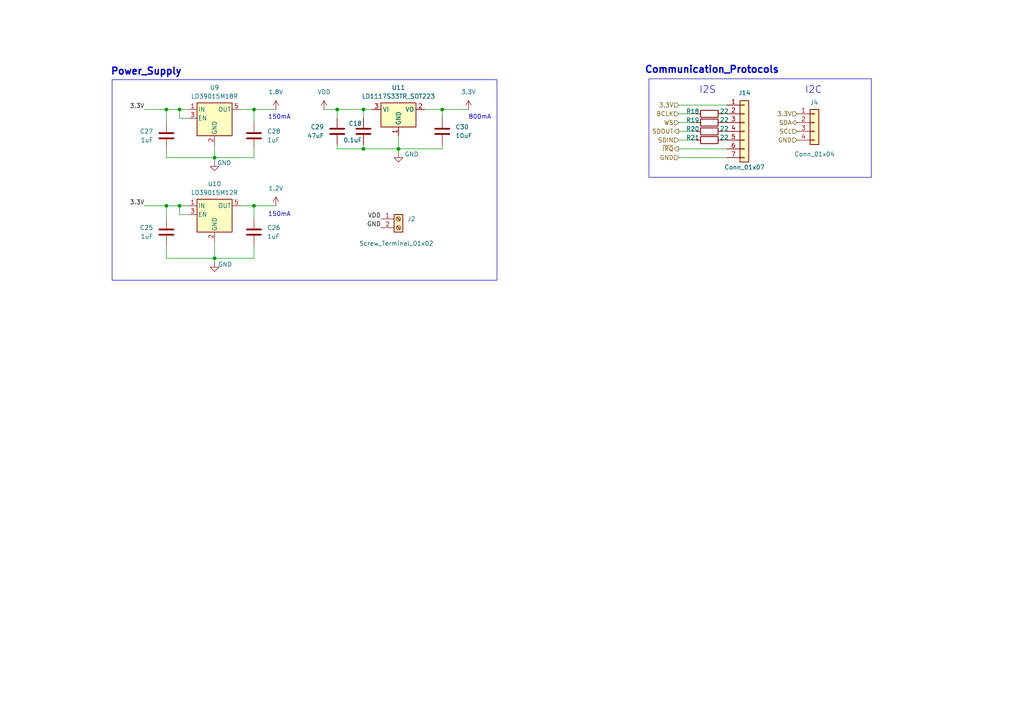
<source format=kicad_sch>
(kicad_sch (version 20231120) (generator "eeschema") (generator_version "8.0")
  (paper "A4")
  (title_block (title "ANC board with digital audio interface") (date "2024-07-24") (rev "1"))
  (lib_symbols
    (symbol "Connector:Screw_Terminal_01x02" (pin_names (offset 1.016) hide)
      (property "Reference" "J" (at 0 2.54 0))
      (property "Value" "Screw_Terminal_01x02" (at 0 -5.08 0))
      (symbol "Screw_Terminal_01x02_1_1"
        (rectangle (start -1.27 1.27) (end 1.27 -3.81) (stroke (width 0.254)) (fill (type background)))
        (circle (center 0 -2.54) (radius 0.635) (stroke (width 0.1524)))
        (polyline (pts (xy -0.5334 -2.2098) (xy 0.3302 -3.048)) (stroke (width 0.1524)))
        (polyline (pts (xy -0.5334 0.3302) (xy 0.3302 -0.508)) (stroke (width 0.1524)))
        (polyline (pts (xy -0.3556 -2.032) (xy 0.508 -2.8702)) (stroke (width 0.1524)))
        (polyline (pts (xy -0.3556 0.508) (xy 0.508 -0.3302)) (stroke (width 0.1524)))
        (circle (center 0 0) (radius 0.635) (stroke (width 0.1524)))
        (pin passive line (at -5.08 0 0) (length 3.81) (name "Pin_1") (number "1"))
        (pin passive line (at -5.08 -2.54 0) (length 3.81) (name "Pin_2") (number "2"))
      )
    )
    (symbol "Connector_Generic:Conn_01x04" (pin_names (offset 1.016) hide)
      (property "Reference" "J" (at 0 5.08 0))
      (property "Value" "Conn_01x04" (at 0 -7.62 0))
      (symbol "Conn_01x04_1_1"
        (rectangle (start -1.27 -4.953) (end 0 -5.207) (stroke (width 0.1524)))
        (rectangle (start -1.27 -2.413) (end 0 -2.667) (stroke (width 0.1524)))
        (rectangle (start -1.27 0.127) (end 0 -0.127) (stroke (width 0.1524)))
        (rectangle (start -1.27 2.667) (end 0 2.413) (stroke (width 0.1524)))
        (rectangle (start -1.27 3.81) (end 1.27 -6.35) (stroke (width 0.254)) (fill (type background)))
        (pin passive line (at -5.08 2.54 0) (length 3.81) (name "Pin_1") (number "1"))
        (pin passive line (at -5.08 0 0) (length 3.81) (name "Pin_2") (number "2"))
        (pin passive line (at -5.08 -2.54 0) (length 3.81) (name "Pin_3") (number "3"))
        (pin passive line (at -5.08 -5.08 0) (length 3.81) (name "Pin_4") (number "4"))
      )
    )
    (symbol "Connector_Generic:Conn_01x07" (pin_names (offset 1.016) hide)
      (property "Reference" "J" (at 0 10.16 0))
      (property "Value" "Conn_01x07" (at 0 -10.16 0))
      (symbol "Conn_01x07_1_1"
        (rectangle (start -1.27 -7.493) (end 0 -7.747) (stroke (width 0.1524)))
        (rectangle (start -1.27 -4.953) (end 0 -5.207) (stroke (width 0.1524)))
        (rectangle (start -1.27 -2.413) (end 0 -2.667) (stroke (width 0.1524)))
        (rectangle (start -1.27 0.127) (end 0 -0.127) (stroke (width 0.1524)))
        (rectangle (start -1.27 2.667) (end 0 2.413) (stroke (width 0.1524)))
        (rectangle (start -1.27 5.207) (end 0 4.953) (stroke (width 0.1524)))
        (rectangle (start -1.27 7.747) (end 0 7.493) (stroke (width 0.1524)))
        (rectangle (start -1.27 8.89) (end 1.27 -8.89) (stroke (width 0.254)) (fill (type background)))
        (pin passive line (at -5.08 7.62 0) (length 3.81) (name "Pin_1") (number "1"))
        (pin passive line (at -5.08 5.08 0) (length 3.81) (name "Pin_2") (number "2"))
        (pin passive line (at -5.08 2.54 0) (length 3.81) (name "Pin_3") (number "3"))
        (pin passive line (at -5.08 0 0) (length 3.81) (name "Pin_4") (number "4"))
        (pin passive line (at -5.08 -2.54 0) (length 3.81) (name "Pin_5") (number "5"))
        (pin passive line (at -5.08 -5.08 0) (length 3.81) (name "Pin_6") (number "6"))
        (pin passive line (at -5.08 -7.62 0) (length 3.81) (name "Pin_7") (number "7"))
      )
    )
    (symbol "Device:C" (pin_numbers hide) (pin_names (offset 0.254))
      (property "Reference" "C" (at 0.635 2.54 0))
      (property "Value" "C" (at 0.635 -2.54 0))
      (symbol "C_0_1"
        (polyline (pts (xy -2.032 -0.762) (xy 2.032 -0.762)) (stroke (width 0.508)))
        (polyline (pts (xy -2.032 0.762) (xy 2.032 0.762)) (stroke (width 0.508)))
      )
      (symbol "C_1_1"
        (pin passive line (at 0 3.81 270) (length 2.794) (name "~") (number "1"))
        (pin passive line (at 0 -3.81 90) (length 2.794) (name "~") (number "2"))
      )
    )
    (symbol "Device:R" (pin_numbers hide) (pin_names (offset 0))
      (property "Reference" "R" (at 2.032 0 90))
      (property "Value" "R" (at 0 0 90))
      (symbol "R_0_1"
        (rectangle (start -1.016 -2.54) (end 1.016 2.54) (stroke (width 0.254)))
      )
      (symbol "R_1_1"
        (pin passive line (at 0 3.81 270) (length 1.27) (name "~") (number "1"))
        (pin passive line (at 0 -3.81 90) (length 1.27) (name "~") (number "2"))
      )
    )
    (symbol "Regulator_Linear:LD1117S33TR_SOT223"
      (property "Reference" "U" (at -3.81 3.175 0))
      (property "Value" "LD1117S33TR_SOT223" (at 0 3.175 0))
      (symbol "LD1117S33TR_SOT223_0_1"
        (rectangle (start -5.08 -5.08) (end 5.08 1.905) (stroke (width 0.254)) (fill (type background)))
      )
      (symbol "LD1117S33TR_SOT223_1_1"
        (pin power_in line (at 0 -7.62 90) (length 2.54) (name "GND") (number "1"))
        (pin power_out line (at 7.62 0 180) (length 2.54) (name "VO") (number "2"))
        (pin power_in line (at -7.62 0 0) (length 2.54) (name "VI") (number "3"))
      )
    )
    (symbol "Regulator_Linear:LD39015M12R" (pin_names (offset 0.254))
      (property "Reference" "U" (at -3.81 5.715 0))
      (property "Value" "LD39015M12R" (at 0 5.715 0))
      (symbol "LD39015M12R_0_1"
        (rectangle (start -5.08 4.445) (end 5.08 -5.08) (stroke (width 0.254)) (fill (type background)))
      )
      (symbol "LD39015M12R_1_1"
        (pin power_in line (at -7.62 2.54 0) (length 2.54) (name "IN") (number "1"))
        (pin power_in line (at 0 -7.62 90) (length 2.54) (name "GND") (number "2"))
        (pin input line (at -7.62 0 0) (length 2.54) (name "EN") (number "3"))
        (pin no_connect line (at 5.08 0 180) (length 2.54) hide (name "NC") (number "4"))
        (pin power_out line (at 7.62 2.54 180) (length 2.54) (name "OUT") (number "5"))
      )
    )
    (symbol "Regulator_Linear:LD39015M18R" (pin_names (offset 0.254))
      (property "Reference" "U" (at -3.81 5.715 0))
      (property "Value" "LD39015M18R" (at 0 5.715 0))
      (symbol "LD39015M18R_0_1"
        (rectangle (start -5.08 4.445) (end 5.08 -5.08) (stroke (width 0.254)) (fill (type background)))
      )
      (symbol "LD39015M18R_1_1"
        (pin power_in line (at -7.62 2.54 0) (length 2.54) (name "IN") (number "1"))
        (pin power_in line (at 0 -7.62 90) (length 2.54) (name "GND") (number "2"))
        (pin input line (at -7.62 0 0) (length 2.54) (name "EN") (number "3"))
        (pin no_connect line (at 5.08 0 180) (length 2.54) hide (name "NC") (number "4"))
        (pin power_out line (at 7.62 2.54 180) (length 2.54) (name "OUT") (number "5"))
      )
    )
    (symbol "power:GND" (power) (pin_numbers hide) (pin_names (offset 0) hide)
      (property "Value" "GND" (at 0 -3.81 0))
      (symbol "GND_0_1"
        (polyline (pts (xy 0 0) (xy 0 -1.27) (xy 1.27 -1.27) (xy 0 -2.54) (xy -1.27 -1.27) (xy 0 -1.27)))
      )
      (symbol "GND_1_1"
        (pin power_in line (at 0 0 270) (length 0) (name "~") (number "1"))
      )
    )
    (symbol "power:VCC" (power) (pin_numbers hide) (pin_names (offset 0) hide)
      (property "Value" "VCC" (at 0 3.556 0))
      (symbol "VCC_0_1"
        (polyline (pts (xy -0.762 1.27) (xy 0 2.54)))
        (polyline (pts (xy 0 0) (xy 0 2.54)))
        (polyline (pts (xy 0 2.54) (xy 0.762 1.27)))
      )
      (symbol "VCC_1_1"
        (pin power_in line (at 0 0 90) (length 0) (name "~") (number "1"))
      )
    )
    (symbol "power:VDD" (power) (pin_numbers hide) (pin_names (offset 0) hide)
      (property "Value" "VDD" (at 0 3.556 0))
      (symbol "VDD_0_1"
        (polyline (pts (xy -0.762 1.27) (xy 0 2.54)))
        (polyline (pts (xy 0 0) (xy 0 2.54)))
        (polyline (pts (xy 0 2.54) (xy 0.762 1.27)))
      )
      (symbol "VDD_1_1"
        (pin power_in line (at 0 0 90) (length 0) (name "~") (number "1"))
      )
    )
  )
  (junction (at 48.26 59.69))
  (junction (at 52.07 31.75))
  (junction (at 128.27 31.75))
  (junction (at 48.26 31.75))
  (junction (at 105.41 31.75))
  (junction (at 52.07 59.69))
  (junction (at 62.23 45.72))
  (junction (at 73.66 59.69))
  (junction (at 105.41 43.18))
  (junction (at 115.57 43.18))
  (junction (at 62.23 74.93))
  (junction (at 97.79 31.75))
  (junction (at 73.66 31.75))
  (wire (pts (xy 48.26 74.93) (xy 62.23 74.93)))
  (wire (pts (xy 69.85 59.69) (xy 73.66 59.69)))
  (wire (pts (xy 73.66 63.5) (xy 73.66 59.69)))
  (wire (pts (xy 105.41 31.75) (xy 107.95 31.75)))
  (wire (pts (xy 196.85 30.48) (xy 210.82 30.48)))
  (wire (pts (xy 210.82 38.1) (xy 209.55 38.1)))
  (wire (pts (xy 73.66 59.69) (xy 80.01 59.69)))
  (wire (pts (xy 115.57 39.37) (xy 115.57 43.18)))
  (wire (pts (xy 115.57 44.45) (xy 115.57 43.18)))
  (wire (pts (xy 52.07 34.29) (xy 52.07 31.75)))
  (wire (pts (xy 128.27 41.91) (xy 128.27 43.18)))
  (wire (pts (xy 73.66 43.18) (xy 73.66 45.72)))
  (wire (pts (xy 48.26 59.69) (xy 52.07 59.69)))
  (wire (pts (xy 128.27 31.75) (xy 135.89 31.75)))
  (wire (pts (xy 201.93 33.02) (xy 196.85 33.02)))
  (wire (pts (xy 105.41 41.91) (xy 105.41 43.18)))
  (wire (pts (xy 73.66 31.75) (xy 80.01 31.75)))
  (wire (pts (xy 48.26 71.12) (xy 48.26 74.93)))
  (wire (pts (xy 128.27 34.29) (xy 128.27 31.75)))
  (wire (pts (xy 115.57 43.18) (xy 128.27 43.18)))
  (wire (pts (xy 210.82 33.02) (xy 209.55 33.02)))
  (wire (pts (xy 123.19 31.75) (xy 128.27 31.75)))
  (wire (pts (xy 105.41 43.18) (xy 115.57 43.18)))
  (wire (pts (xy 210.82 45.72) (xy 196.85 45.72)))
  (wire (pts (xy 62.23 76.2) (xy 62.23 74.93)))
  (wire (pts (xy 97.79 41.91) (xy 97.79 43.18)))
  (wire (pts (xy 196.85 43.18) (xy 210.82 43.18)))
  (wire (pts (xy 48.26 43.18) (xy 48.26 45.72)))
  (wire (pts (xy 201.93 35.56) (xy 196.85 35.56)))
  (wire (pts (xy 93.98 31.75) (xy 97.79 31.75)))
  (wire (pts (xy 69.85 31.75) (xy 73.66 31.75)))
  (wire (pts (xy 210.82 40.64) (xy 209.55 40.64)))
  (wire (pts (xy 62.23 41.91) (xy 62.23 45.72)))
  (wire (pts (xy 48.26 63.5) (xy 48.26 59.69)))
  (wire (pts (xy 48.26 35.56) (xy 48.26 31.75)))
  (wire (pts (xy 62.23 69.85) (xy 62.23 74.93)))
  (wire (pts (xy 73.66 71.12) (xy 73.66 74.93)))
  (wire (pts (xy 62.23 46.99) (xy 62.23 45.72)))
  (wire (pts (xy 97.79 34.29) (xy 97.79 31.75)))
  (wire (pts (xy 54.61 34.29) (xy 52.07 34.29)))
  (wire (pts (xy 52.07 59.69) (xy 54.61 59.69)))
  (wire (pts (xy 201.93 40.64) (xy 196.85 40.64)))
  (wire (pts (xy 105.41 34.29) (xy 105.41 31.75)))
  (wire (pts (xy 54.61 62.23) (xy 52.07 62.23)))
  (wire (pts (xy 41.91 59.69) (xy 48.26 59.69)))
  (wire (pts (xy 48.26 31.75) (xy 52.07 31.75)))
  (wire (pts (xy 210.82 35.56) (xy 209.55 35.56)))
  (wire (pts (xy 201.93 38.1) (xy 196.85 38.1)))
  (wire (pts (xy 97.79 43.18) (xy 105.41 43.18)))
  (wire (pts (xy 73.66 35.56) (xy 73.66 31.75)))
  (wire (pts (xy 41.91 31.75) (xy 48.26 31.75)))
  (wire (pts (xy 52.07 31.75) (xy 54.61 31.75)))
  (wire (pts (xy 73.66 74.93) (xy 62.23 74.93)))
  (wire (pts (xy 62.23 45.72) (xy 73.66 45.72)))
  (wire (pts (xy 52.07 62.23) (xy 52.07 59.69)))
  (wire (pts (xy 97.79 31.75) (xy 105.41 31.75)))
  (wire (pts (xy 48.26 45.72) (xy 62.23 45.72)))
  (rectangle (start 188.214 22.86) (end 252.73 51.435))
  (rectangle (start 32.512 23.114) (end 144.145 81.28))
  (text "150mA" (at 81.026 62.23 0) (effects (font (size 1.27 1.27))))
  (text "Communication_Protocols" (at 206.502 20.32 0) (effects (font (size 2 2) (thickness 0.4) (bold yes))))
  (text "I2S" (at 205.232 26.162 0) (effects (font (size 2 2))))
  (text "I2C" (at 235.966 26.162 0) (effects (font (size 2 2))))
  (text "800mA" (at 139.192 34.036 0) (effects (font (size 1.27 1.27))))
  (text "150mA" (at 81.026 34.036 0) (effects (font (size 1.27 1.27))))
  (text "Power_Supply" (at 42.418 20.828 0) (effects (font (size 2 2) (thickness 0.4) (bold yes))))
  (label "VDD" (at 110.49 63.5 180))
  (label "GND" (at 110.49 66.04 180))
  (label "3.3V" (at 41.91 59.69 180))
  (label "3.3V" (at 41.91 31.75 180))
  (hierarchical_label "3.3V" (shape input) (at 231.14 33.02 180))
  (hierarchical_label "BCLK" (shape input) (at 196.85 33.02 180))
  (hierarchical_label "SDA" (shape bidirectional) (at 231.14 35.56 180))
  (hierarchical_label "WS" (shape input) (at 196.85 35.56 180))
  (hierarchical_label "SDIN" (shape input) (at 196.85 40.64 180))
  (hierarchical_label "SDOUT" (shape output) (at 196.85 38.1 180))
  (hierarchical_label "GND" (shape input) (at 196.85 45.72 180))
  (hierarchical_label "~{IRQ}" (shape output) (at 196.85 43.18 180))
  (hierarchical_label "SCL" (shape input) (at 231.14 38.1 180))
  (hierarchical_label "3.3V" (shape input) (at 196.85 30.48 180))
  (hierarchical_label "GND" (shape input) (at 231.14 40.64 180))
  (symbol (lib_id "Device:C") (at 48.26 67.31 0) (mirror y) (unit 1)
    (property "Reference" "C25" (at 44.45 66.0399 0) (effects (justify left)))
    (property "Value" "1uF" (at 44.45 68.5799 0) (effects (justify left)))
    (property "Footprint" "Capacitor_SMD:C_0402_1005Metric_Pad0.74x0.62mm_HandSolder" (effects (hide yes)))
    (property "Datasheet" "https://www.digikey.in/en/products/detail/tdk-corporation/C1005X6S1C105K050BC/3661565" (effects (hide yes)))
    (property "Description" "Unpolarized capacitor" (effects (hide yes)))
  )
  (symbol (lib_id "Device:C") (at 128.27 38.1 0) (unit 1)
    (property "Reference" "C30" (at 132.08 36.8299 0) (effects (justify left)))
    (property "Value" "10uF" (at 132.08 39.3699 0) (effects (justify left)))
    (property "Footprint" "Capacitor_SMD:C_0805_2012Metric_Pad1.18x1.45mm_HandSolder" (effects (hide yes)))
    (property "Datasheet" "https://www.digikey.in/en/products/detail/kyocera-avx/TACR106M016XTA/699012" (effects (hide yes)))
    (property "Description" "Unpolarized capacitor" (effects (hide yes)))
  )
  (symbol (lib_id "Device:C") (at 73.66 67.31 0) (unit 1)
    (property "Reference" "C26" (at 77.47 66.0399 0) (effects (justify left)))
    (property "Value" "1uF" (at 77.47 68.5799 0) (effects (justify left)))
    (property "Footprint" "Capacitor_SMD:C_0402_1005Metric_Pad0.74x0.62mm_HandSolder" (effects (hide yes)))
    (property "Datasheet" "https://www.digikey.in/en/products/detail/tdk-corporation/C1005X6S1C105K050BC/3661565" (effects (hide yes)))
    (property "Description" "Unpolarized capacitor" (effects (hide yes)))
  )
  (symbol (lib_id "Connector_Generic:Conn_01x07") (at 215.9 38.1 0) (unit 1)
    (property "Reference" "J14" (at 214.122 26.924 0) (effects (justify left)))
    (property "Value" "Conn_01x07" (at 210.058 48.514 0) (effects (justify left)))
    (property "Footprint" "Connector_PinHeader_2.54mm:PinHeader_1x07_P2.54mm_Vertical" (effects (hide yes)))
    (property "Datasheet" "https://www.digikey.in/en/products/detail/w%C3%BCrth-elektronik/61300711121/4846837?cur=INR&lang=en&utm_adgroup=&utm_source=google&utm_medium=cpc&utm_campaign=Pmax%20Shopping_Supplier_All&utm_term=&productid=4846837&utm_content=&utm_id=go_cmp-20498595018_adg-_ad-__dev-c_ext-_prd-4846837_sig-CjwKCAjwk8e1BhALEiwAc8MHiJ3ofUAyG7ku3Oi0xw0O7s5fQ9DoRkd3jtNtVcA_CNGG3ooI8UcBXhoCTmMQAvD_BwE&gad_source=1&gclid=CjwKCAjwk8e1BhALEiwAc8MHiJ3ofUAyG7ku3Oi0xw0O7s5fQ9DoRkd3jtNtVcA_CNGG3ooI8UcBXhoCTmMQAvD_BwE" (effects (hide yes)))
    (property "Description" "Generic connector, single row, 01x07, script generated (kicad-library-utils/schlib/autogen/connector/)" (effects (hide yes)))
  )
  (symbol (lib_id "Regulator_Linear:LD1117S33TR_SOT223") (at 115.57 31.75 0) (unit 1)
    (property "Reference" "U11" (at 115.57 25.4 0))
    (property "Value" "LD1117S33TR_SOT223" (at 115.57 27.94 0))
    (property "Footprint" "Package_TO_SOT_SMD:SOT-223-3_TabPin2" (effects (hide yes)))
    (property "Datasheet" "https://www.digikey.in/en/products/detail/stmicroelectronics/LD1117S33TR/585766" (effects (hide yes)))
    (property "Description" "800mA Fixed Low Drop Positive Voltage Regulator, Fixed Output 3.3V, SOT-223" (effects (hide yes)))
  )
  (symbol (lib_id "Device:C") (at 105.41 38.1 0) (mirror x) (unit 1)
    (property "Reference" "C18" (at 101.092 35.814 0) (effects (justify left)))
    (property "Value" "0.1uF" (at 99.568 40.64 0) (effects (justify left)))
    (property "Footprint" "Capacitor_SMD:C_0402_1005Metric_Pad0.74x0.62mm_HandSolder" (effects (hide yes)))
    (property "Datasheet" "https://www.digikey.in/en/products/detail/murata-electronics/GCM155R71C104KA55J/2591252" (effects (hide yes)))
    (property "Description" "Unpolarized capacitor" (effects (hide yes)))
  )
  (symbol (lib_id "power:VDD") (at 93.98 31.75 0) (unit 1)
    (property "Reference" "#PWR014" (effects (hide yes)))
    (property "Value" "VDD" (at 93.98 26.67 0))
    (property "Description" "Power symbol creates a global label with name \"VDD\"" (effects (hide yes)))
  )
  (symbol (lib_id "power:VCC") (at 80.01 31.75 0) (unit 1)
    (property "Reference" "#PWR02" (effects (hide yes)))
    (property "Value" "1.8V" (at 80.01 26.67 0))
    (property "Description" "Power symbol creates a global label with name \"VCC\"" (effects (hide yes)))
  )
  (symbol (lib_id "power:GND") (at 62.23 46.99 0) (unit 1)
    (property "Reference" "#PWR09" (effects (hide yes)))
    (property "Value" "GND" (at 65.024 47.244 0))
    (property "Description" "Power symbol creates a global label with name \"GND\" , ground" (effects (hide yes)))
  )
  (symbol (lib_id "Device:C") (at 97.79 38.1 0) (mirror y) (unit 1)
    (property "Reference" "C29" (at 93.98 36.8299 0) (effects (justify left)))
    (property "Value" "47uF" (at 93.98 39.3699 0) (effects (justify left)))
    (property "Footprint" "Capacitor_SMD:C_0805_2012Metric_Pad1.18x1.45mm_HandSolder" (effects (hide yes)))
    (property "Datasheet" "https://www.digikey.in/en/products/detail/kyocera-avx/TACR106M016XTA/699012" (effects (hide yes)))
    (property "Description" "Unpolarized capacitor" (effects (hide yes)))
  )
  (symbol (lib_id "power:GND") (at 115.57 44.45 0) (unit 1)
    (property "Reference" "#PWR08" (effects (hide yes)))
    (property "Value" "GND" (at 119.38 44.704 0))
    (property "Description" "Power symbol creates a global label with name \"GND\" , ground" (effects (hide yes)))
  )
  (symbol (lib_id "Device:C") (at 48.26 39.37 0) (mirror y) (unit 1)
    (property "Reference" "C27" (at 44.45 38.0999 0) (effects (justify left)))
    (property "Value" "1uF" (at 44.45 40.6399 0) (effects (justify left)))
    (property "Footprint" "Capacitor_SMD:C_0402_1005Metric_Pad0.74x0.62mm_HandSolder" (effects (hide yes)))
    (property "Datasheet" "https://www.digikey.in/en/products/detail/tdk-corporation/C1005X6S1C105K050BC/3661565" (effects (hide yes)))
    (property "Description" "Unpolarized capacitor" (effects (hide yes)))
  )
  (symbol (lib_id "power:GND") (at 62.23 76.2 0) (unit 1)
    (property "Reference" "#PWR010" (effects (hide yes)))
    (property "Value" "GND" (at 65.278 76.708 0))
    (property "Description" "Power symbol creates a global label with name \"GND\" , ground" (effects (hide yes)))
  )
  (symbol (lib_id "Device:R") (at 205.74 38.1 90) (unit 1)
    (property "Reference" "R20" (at 200.914 38.1 90) (effects (justify top)))
    (property "Value" "22" (at 210.058 37.338 90))
    (property "Footprint" "Resistor_SMD:R_0402_1005Metric_Pad0.72x0.64mm_HandSolder" (effects (hide yes)))
    (property "Datasheet" "https://www.digikey.in/en/products/detail/yageo/RC0402FR-0722RL/726562" (effects (hide yes)))
    (property "Description" "Resistor" (effects (hide yes)))
  )
  (symbol (lib_id "Device:R") (at 205.74 40.64 90) (unit 1)
    (property "Reference" "R21" (at 200.914 40.64 90) (effects (justify top)))
    (property "Value" "22" (at 210.058 39.878 90))
    (property "Footprint" "Resistor_SMD:R_0402_1005Metric_Pad0.72x0.64mm_HandSolder" (effects (hide yes)))
    (property "Datasheet" "https://www.digikey.in/en/products/detail/yageo/RC0402FR-0722RL/726562" (effects (hide yes)))
    (property "Description" "Resistor" (effects (hide yes)))
  )
  (symbol (lib_id "Device:R") (at 205.74 33.02 90) (unit 1)
    (property "Reference" "R18" (at 200.914 33.02 90) (effects (justify top)))
    (property "Value" "22" (at 210.058 32.258 90))
    (property "Footprint" "Resistor_SMD:R_0402_1005Metric_Pad0.72x0.64mm_HandSolder" (effects (hide yes)))
    (property "Datasheet" "https://www.digikey.in/en/products/detail/yageo/RC0402FR-0722RL/726562" (effects (hide yes)))
    (property "Description" "Resistor" (effects (hide yes)))
  )
  (symbol (lib_id "power:VCC") (at 135.89 31.75 0) (unit 1)
    (property "Reference" "#PWR03" (effects (hide yes)))
    (property "Value" "3.3V" (at 135.89 26.67 0))
    (property "Description" "Power symbol creates a global label with name \"VCC\"" (effects (hide yes)))
  )
  (symbol (lib_id "power:VCC") (at 80.01 59.69 0) (unit 1)
    (property "Reference" "#PWR04" (effects (hide yes)))
    (property "Value" "1.2V" (at 80.01 54.61 0))
    (property "Description" "Power symbol creates a global label with name \"VCC\"" (effects (hide yes)))
  )
  (symbol (lib_id "Device:C") (at 73.66 39.37 0) (unit 1)
    (property "Reference" "C28" (at 77.47 38.0999 0) (effects (justify left)))
    (property "Value" "1uF" (at 77.47 40.6399 0) (effects (justify left)))
    (property "Footprint" "Capacitor_SMD:C_0402_1005Metric_Pad0.74x0.62mm_HandSolder" (effects (hide yes)))
    (property "Datasheet" "https://www.digikey.in/en/products/detail/tdk-corporation/C1005X6S1C105K050BC/3661565" (effects (hide yes)))
    (property "Description" "Unpolarized capacitor" (effects (hide yes)))
  )
  (symbol (lib_id "Connector_Generic:Conn_01x04") (at 236.22 35.56 0) (unit 1)
    (property "Reference" "J4" (at 234.95 29.718 0) (effects (justify left)))
    (property "Value" "Conn_01x04" (at 230.378 44.704 0) (effects (justify left)))
    (property "Footprint" "Connector_PinHeader_2.54mm:PinHeader_1x04_P2.54mm_Vertical" (effects (hide yes)))
    (property "Datasheet" "https://www.digikey.in/en/products/detail/w%C3%BCrth-elektronik/61300411121/4846827?cur=INR&lang=en&utm_adgroup=&utm_source=google&utm_medium=cpc&utm_campaign=Pmax%20Shopping_Supplier_All&utm_term=&productid=4846827&utm_content=&utm_id=go_cmp-20498595018_adg-_ad-__dev-c_ext-_prd-4846827_sig-CjwKCAjwk8e1BhALEiwAc8MHiB3-1cKRuJCQADpxRUrMq_WHh-ua5MJAyzOa-g9s8f75nCznqa62URoCrSAQAvD_BwE&gad_source=1&gclid=CjwKCAjwk8e1BhALEiwAc8MHiB3-1cKRuJCQADpxRUrMq_WHh-ua5MJAyzOa-g9s8f75nCznqa62URoCrSAQAvD_BwE" (effects (hide yes)))
    (property "Description" "Generic connector, single row, 01x04, script generated (kicad-library-utils/schlib/autogen/connector/)" (effects (hide yes)))
  )
  (symbol (lib_id "Connector:Screw_Terminal_01x02") (at 115.57 63.5 0) (unit 1)
    (property "Reference" "J2" (at 118.11 63.4999 0) (effects (justify left)))
    (property "Value" "Screw_Terminal_01x02" (at 104.14 70.612 0) (effects (justify left)))
    (property "Footprint" "282836_2:TE_282836-2" (effects (hide yes)))
    (property "Datasheet" "https://www.digikey.in/en/products/detail/te-connectivity-amp-connectors/282836-2/1826939" (effects (hide yes)))
    (property "Description" "Generic screw terminal, single row, 01x02, script generated (kicad-library-utils/schlib/autogen/connector/)" (effects (hide yes)))
  )
  (symbol (lib_id "Regulator_Linear:LD39015M12R") (at 62.23 62.23 0) (unit 1)
    (property "Reference" "U10" (at 62.23 53.34 0))
    (property "Value" "LD39015M12R" (at 62.23 55.88 0))
    (property "Footprint" "Package_TO_SOT_SMD:SOT-23-5" (effects (hide yes)))
    (property "Datasheet" "https://www.digikey.in/en/products/detail/stmicroelectronics/LD39015M12R/1820046" (effects (hide yes)))
    (property "Description" "150mA low quiescent current low noise voltage regulator, Fixed Output 1.2V, SOT-23-5" (effects (hide yes)))
  )
  (symbol (lib_id "Regulator_Linear:LD39015M18R") (at 62.23 34.29 0) (unit 1)
    (property "Reference" "U9" (at 62.23 25.4 0))
    (property "Value" "LD39015M18R" (at 62.23 27.94 0))
    (property "Footprint" "Package_TO_SOT_SMD:SOT-23-5" (effects (hide yes)))
    (property "Datasheet" "https://www.digikey.in/en/products/detail/stmicroelectronics/LD39015M18R/1880167" (effects (hide yes)))
    (property "Description" "150mA low quiescent current low noise voltage regulator, Fixed Output 1.8V, SOT-23-5" (effects (hide yes)))
  )
  (symbol (lib_id "Device:R") (at 205.74 35.56 90) (unit 1)
    (property "Reference" "R19" (at 200.914 35.56 90) (effects (justify top)))
    (property "Value" "22" (at 210.058 34.798 90))
    (property "Footprint" "Resistor_SMD:R_0402_1005Metric_Pad0.72x0.64mm_HandSolder" (effects (hide yes)))
    (property "Datasheet" "https://www.digikey.in/en/products/detail/yageo/RC0402FR-0722RL/726562" (effects (hide yes)))
    (property "Description" "Resistor" (effects (hide yes)))
  )
)
</source>
